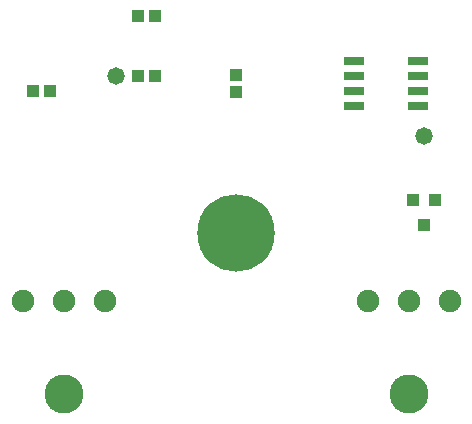
<source format=gbr>
G04 Layer_Color=8388736*
%FSLAX26Y26*%
%MOIN*%
%TF.FileFunction,Soldermask,Top*%
%TF.Part,Single*%
G01*
G75*
%TA.AperFunction,SMDPad,CuDef*%
%ADD22R,0.039496X0.043433*%
%ADD23R,0.039496X0.041465*%
%ADD24R,0.041465X0.039496*%
%ADD25R,0.069024X0.031622*%
%TA.AperFunction,ConnectorPad*%
%ADD26R,0.039496X0.041465*%
%TA.AperFunction,ComponentPad*%
%ADD27C,0.074929*%
%ADD28C,0.130047*%
%TA.AperFunction,ViaPad*%
%ADD29C,0.258000*%
%ADD30C,0.058000*%
D22*
X1500000Y903386D02*
D03*
X1462599Y986063D02*
D03*
X1537402D02*
D03*
D23*
X602559Y1400000D02*
D03*
X547441D02*
D03*
X602559Y1600000D02*
D03*
X547441D02*
D03*
D24*
X875000Y1347441D02*
D03*
Y1402559D02*
D03*
D25*
X1481299Y1300000D02*
D03*
Y1350000D02*
D03*
Y1400000D02*
D03*
Y1450000D02*
D03*
X1268701Y1300000D02*
D03*
Y1350000D02*
D03*
Y1400000D02*
D03*
Y1450000D02*
D03*
D26*
X197441Y1350000D02*
D03*
X252559D02*
D03*
D27*
X1312205Y650000D02*
D03*
X1450000D02*
D03*
X1587795D02*
D03*
X162205D02*
D03*
X300000D02*
D03*
X437795D02*
D03*
D28*
X1450000Y338583D02*
D03*
X300000D02*
D03*
D29*
X875000Y875000D02*
D03*
D30*
X1500000Y1200000D02*
D03*
X475000Y1400000D02*
D03*
%TF.MD5,36db2704a99aa0ea74df2b12ba29d7e1*%
M02*

</source>
